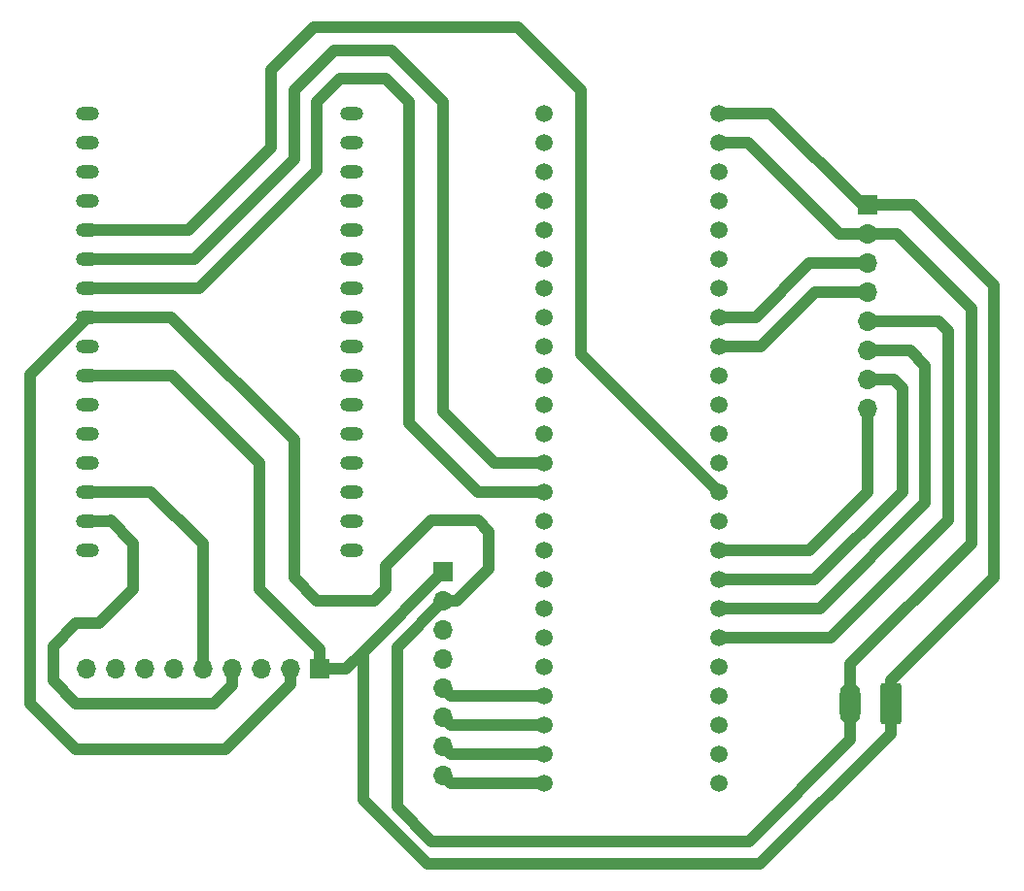
<source format=gbr>
%TF.GenerationSoftware,KiCad,Pcbnew,8.0.3*%
%TF.CreationDate,2024-07-18T11:22:03-07:00*%
%TF.ProjectId,pcb_test,7063625f-7465-4737-942e-6b696361645f,rev?*%
%TF.SameCoordinates,Original*%
%TF.FileFunction,Copper,L1,Top*%
%TF.FilePolarity,Positive*%
%FSLAX46Y46*%
G04 Gerber Fmt 4.6, Leading zero omitted, Abs format (unit mm)*
G04 Created by KiCad (PCBNEW 8.0.3) date 2024-07-18 11:22:03*
%MOMM*%
%LPD*%
G01*
G04 APERTURE LIST*
G04 Aperture macros list*
%AMRoundRect*
0 Rectangle with rounded corners*
0 $1 Rounding radius*
0 $2 $3 $4 $5 $6 $7 $8 $9 X,Y pos of 4 corners*
0 Add a 4 corners polygon primitive as box body*
4,1,4,$2,$3,$4,$5,$6,$7,$8,$9,$2,$3,0*
0 Add four circle primitives for the rounded corners*
1,1,$1+$1,$2,$3*
1,1,$1+$1,$4,$5*
1,1,$1+$1,$6,$7*
1,1,$1+$1,$8,$9*
0 Add four rect primitives between the rounded corners*
20,1,$1+$1,$2,$3,$4,$5,0*
20,1,$1+$1,$4,$5,$6,$7,0*
20,1,$1+$1,$6,$7,$8,$9,0*
20,1,$1+$1,$8,$9,$2,$3,0*%
G04 Aperture macros list end*
%TA.AperFunction,ComponentPad*%
%ADD10C,1.500000*%
%TD*%
%TA.AperFunction,ComponentPad*%
%ADD11O,1.700000X1.700000*%
%TD*%
%TA.AperFunction,ComponentPad*%
%ADD12R,1.700000X1.700000*%
%TD*%
%TA.AperFunction,ComponentPad*%
%ADD13O,1.800000X3.600000*%
%TD*%
%TA.AperFunction,ComponentPad*%
%ADD14RoundRect,0.250000X0.650000X1.550000X-0.650000X1.550000X-0.650000X-1.550000X0.650000X-1.550000X0*%
%TD*%
%TA.AperFunction,ComponentPad*%
%ADD15O,2.000000X1.200000*%
%TD*%
%TA.AperFunction,Conductor*%
%ADD16C,1.000000*%
%TD*%
G04 APERTURE END LIST*
D10*
%TO.P,J2,48,Pin_48*%
%TO.N,unconnected-(J2-Pin_48-Pad48)*%
X122380000Y-98940000D03*
%TO.P,J2,47,Pin_47*%
%TO.N,unconnected-(J2-Pin_47-Pad47)*%
X122380000Y-96400000D03*
%TO.P,J2,46,Pin_46*%
%TO.N,unconnected-(J2-Pin_46-Pad46)*%
X122380000Y-93860000D03*
%TO.P,J2,45,Pin_45*%
%TO.N,unconnected-(J2-Pin_45-Pad45)*%
X122380000Y-91320000D03*
%TO.P,J2,44,Pin_44*%
%TO.N,unconnected-(J2-Pin_44-Pad44)*%
X122380000Y-88780000D03*
%TO.P,J2,43,Pin_43*%
%TO.N,Net-(J2-Pin_43)*%
X122380000Y-86240000D03*
%TO.P,J2,42,Pin_42*%
%TO.N,Net-(J2-Pin_42)*%
X122380000Y-83700000D03*
%TO.P,J2,41,Pin_41*%
%TO.N,Net-(J2-Pin_41)*%
X122380000Y-81160000D03*
%TO.P,J2,40,Pin_40*%
%TO.N,Net-(J2-Pin_40)*%
X122380000Y-78620000D03*
%TO.P,J2,39,Pin_39*%
%TO.N,Net-(J2-Pin_39)*%
X122380000Y-76080000D03*
%TO.P,J2,38,Pin_38*%
%TO.N,Net-(J2-Pin_38)*%
X122380000Y-73540000D03*
%TO.P,J2,37,Pin_37*%
%TO.N,unconnected-(J2-Pin_37-Pad37)*%
X122380000Y-71000000D03*
%TO.P,J2,36,Pin_36*%
%TO.N,unconnected-(J2-Pin_36-Pad36)*%
X122380000Y-68460000D03*
%TO.P,J2,35,Pin_35*%
%TO.N,unconnected-(J2-Pin_35-Pad35)*%
X122380000Y-65920000D03*
%TO.P,J2,34,Pin_34*%
%TO.N,unconnected-(J2-Pin_34-Pad34)*%
X122380000Y-63380000D03*
%TO.P,J2,33,Pin_33*%
%TO.N,Net-(J2-Pin_33)*%
X122380000Y-60840000D03*
%TO.P,J2,32,Pin_32*%
%TO.N,Net-(J2-Pin_32)*%
X122380000Y-58300000D03*
%TO.P,J2,31,Pin_31*%
%TO.N,Net-(J2-Pin_31)*%
X122380000Y-55760000D03*
%TO.P,J2,30,Pin_30*%
%TO.N,unconnected-(J2-Pin_30-Pad30)*%
X122380000Y-53220000D03*
%TO.P,J2,29,Pin_29*%
%TO.N,unconnected-(J2-Pin_29-Pad29)*%
X122380000Y-50680000D03*
%TO.P,J2,28,Pin_28*%
%TO.N,unconnected-(J2-Pin_28-Pad28)*%
X122380000Y-48140000D03*
%TO.P,J2,27,Pin_27*%
%TO.N,Net-(J2-Pin_27)*%
X122380000Y-45600000D03*
%TO.P,J2,26,Pin_26*%
%TO.N,Net-(J1-Pin_2)*%
X122380000Y-43060000D03*
%TO.P,J2,25,Pin_25*%
%TO.N,Net-(J1-Pin_1)*%
X122380000Y-40520000D03*
%TO.P,J2,24,Pin_24*%
%TO.N,Net-(J2-Pin_24)*%
X107140000Y-98940000D03*
%TO.P,J2,23,Pin_23*%
%TO.N,Net-(J2-Pin_23)*%
X107140000Y-96400000D03*
%TO.P,J2,22,Pin_22*%
%TO.N,Net-(J2-Pin_22)*%
X107140000Y-93860000D03*
%TO.P,J2,21,Pin_21*%
%TO.N,Net-(J2-Pin_21)*%
X107140000Y-91320000D03*
%TO.P,J2,20,Pin_20*%
%TO.N,unconnected-(J2-Pin_20-Pad20)*%
X107140000Y-88780000D03*
%TO.P,J2,19,Pin_19*%
%TO.N,unconnected-(J2-Pin_19-Pad19)*%
X107140000Y-86240000D03*
%TO.P,J2,18,Pin_18*%
%TO.N,unconnected-(J2-Pin_18-Pad18)*%
X107140000Y-83700000D03*
%TO.P,J2,17,Pin_17*%
%TO.N,unconnected-(J2-Pin_17-Pad17)*%
X107140000Y-81160000D03*
%TO.P,J2,16,Pin_16*%
%TO.N,unconnected-(J2-Pin_16-Pad16)*%
X107140000Y-78620000D03*
%TO.P,J2,15,Pin_15*%
%TO.N,unconnected-(J2-Pin_15-Pad15)*%
X107140000Y-76080000D03*
%TO.P,J2,14,Pin_14*%
%TO.N,Net-(J2-Pin_14)*%
X107140000Y-73540000D03*
%TO.P,J2,13,Pin_13*%
%TO.N,Net-(J2-Pin_13)*%
X107140000Y-71000000D03*
%TO.P,J2,12,Pin_12*%
%TO.N,Net-(J2-Pin_12)*%
X107140000Y-68460000D03*
%TO.P,J2,11,Pin_11*%
%TO.N,Net-(J2-Pin_11)*%
X107140000Y-65920000D03*
%TO.P,J2,10,Pin_10*%
%TO.N,unconnected-(J2-Pin_10-Pad10)*%
X107140000Y-63380000D03*
%TO.P,J2,9,Pin_9*%
%TO.N,unconnected-(J2-Pin_9-Pad9)*%
X107140000Y-60840000D03*
%TO.P,J2,8,Pin_8*%
%TO.N,unconnected-(J2-Pin_8-Pad8)*%
X107140000Y-58300000D03*
%TO.P,J2,7,Pin_7*%
%TO.N,unconnected-(J2-Pin_7-Pad7)*%
X107140000Y-55760000D03*
%TO.P,J2,6,Pin_6*%
%TO.N,unconnected-(J2-Pin_6-Pad6)*%
X107140000Y-53220000D03*
%TO.P,J2,5,Pin_5*%
%TO.N,unconnected-(J2-Pin_5-Pad5)*%
X107140000Y-50680000D03*
%TO.P,J2,4,Pin_4*%
%TO.N,unconnected-(J2-Pin_4-Pad4)*%
X107140000Y-48140000D03*
%TO.P,J2,3,Pin_3*%
%TO.N,unconnected-(J2-Pin_3-Pad3)*%
X107140000Y-45600000D03*
%TO.P,J2,2,Pin_2*%
%TO.N,unconnected-(J2-Pin_2-Pad2)*%
X107140000Y-43060000D03*
%TO.P,J2,1,Pin_1*%
%TO.N,unconnected-(J2-Pin_1-Pad1)*%
X107140000Y-40520000D03*
%TD*%
D11*
%TO.P,J3,9,Pin_9*%
%TO.N,unconnected-(J3-Pin_9-Pad9)*%
X67300000Y-89000000D03*
%TO.P,J3,8,Pin_8*%
%TO.N,unconnected-(J3-Pin_8-Pad8)*%
X69840000Y-89000000D03*
%TO.P,J3,7,Pin_7*%
%TO.N,unconnected-(J3-Pin_7-Pad7)*%
X72380000Y-89000000D03*
%TO.P,J3,6,Pin_6*%
%TO.N,unconnected-(J3-Pin_6-Pad6)*%
X74920000Y-89000000D03*
%TO.P,J3,5,Pin_5*%
%TO.N,Net-(J3-Pin_5)*%
X77460000Y-89000000D03*
%TO.P,J3,4,Pin_4*%
%TO.N,Net-(J3-Pin_4)*%
X80000000Y-89000000D03*
%TO.P,J3,3,Pin_3*%
%TO.N,unconnected-(J3-Pin_3-Pad3)*%
X82540000Y-89000000D03*
%TO.P,J3,2,Pin_2*%
%TO.N,Net-(J1-Pin_2)*%
X85080000Y-89000000D03*
D12*
%TO.P,J3,1,Pin_1*%
%TO.N,Net-(J1-Pin_1)*%
X87620000Y-89000000D03*
%TD*%
D13*
%TO.P,J1,2,Pin_2*%
%TO.N,Net-(J1-Pin_2)*%
X133880000Y-92000000D03*
D14*
%TO.P,J1,1,Pin_1*%
%TO.N,Net-(J1-Pin_1)*%
X137380000Y-92000000D03*
%TD*%
D15*
%TO.P,J4,32,Pin_32*%
%TO.N,unconnected-(J4-Pin_32-Pad32)*%
X67380000Y-40520000D03*
%TO.P,J4,31,Pin_31*%
%TO.N,unconnected-(J4-Pin_31-Pad31)*%
X67380000Y-43060000D03*
%TO.P,J4,30,Pin_30*%
%TO.N,Net-(J2-Pin_12)*%
X67380000Y-45600000D03*
%TO.P,J4,29,Pin_29*%
%TO.N,Net-(J2-Pin_11)*%
X67380000Y-48140000D03*
%TO.P,J4,28,Pin_28*%
%TO.N,Net-(J2-Pin_38)*%
X67380000Y-50680000D03*
%TO.P,J4,27,Pin_27*%
%TO.N,Net-(J2-Pin_13)*%
X67380000Y-53220000D03*
%TO.P,J4,26,Pin_26*%
%TO.N,Net-(J2-Pin_14)*%
X67380000Y-55760000D03*
%TO.P,J4,25,Pin_25*%
%TO.N,Net-(J1-Pin_2)*%
X67380000Y-58300000D03*
%TO.P,J4,24,Pin_24*%
%TO.N,unconnected-(J4-Pin_24-Pad24)*%
X67380000Y-60840000D03*
%TO.P,J4,23,Pin_23*%
%TO.N,Net-(J1-Pin_1)*%
X67380000Y-63380000D03*
%TO.P,J4,22,Pin_22*%
%TO.N,unconnected-(J4-Pin_22-Pad22)*%
X67380000Y-65920000D03*
%TO.P,J4,21,Pin_21*%
%TO.N,unconnected-(J4-Pin_21-Pad21)*%
X67380000Y-68460000D03*
%TO.P,J4,20,Pin_20*%
%TO.N,unconnected-(J4-Pin_20-Pad20)*%
X67380000Y-71000000D03*
%TO.P,J4,19,Pin_19*%
%TO.N,Net-(J3-Pin_5)*%
X67380000Y-73540000D03*
%TO.P,J4,18,Pin_18*%
%TO.N,Net-(J3-Pin_4)*%
X67380000Y-76080000D03*
%TO.P,J4,17,Pin_17*%
%TO.N,unconnected-(J4-Pin_17-Pad17)*%
X67380000Y-78620000D03*
%TO.P,J4,16,Pin_16*%
%TO.N,unconnected-(J4-Pin_16-Pad16)*%
X90380000Y-40520000D03*
%TO.P,J4,15,Pin_15*%
%TO.N,Net-(J2-Pin_31)*%
X90380000Y-43060000D03*
%TO.P,J4,14,Pin_14*%
%TO.N,unconnected-(J4-Pin_14-Pad14)*%
X90380000Y-45600000D03*
%TO.P,J4,13,Pin_13*%
%TO.N,unconnected-(J4-Pin_13-Pad13)*%
X90380000Y-48140000D03*
%TO.P,J4,12,Pin_12*%
%TO.N,unconnected-(J4-Pin_12-Pad12)*%
X90380000Y-50680000D03*
%TO.P,J4,11,Pin_11*%
%TO.N,unconnected-(J4-Pin_11-Pad11)*%
X90380000Y-53220000D03*
%TO.P,J4,10,Pin_10*%
%TO.N,unconnected-(J4-Pin_10-Pad10)*%
X90380000Y-55760000D03*
%TO.P,J4,9,Pin_9*%
%TO.N,unconnected-(J4-Pin_9-Pad9)*%
X90380000Y-58300000D03*
%TO.P,J4,8,Pin_8*%
%TO.N,unconnected-(J4-Pin_8-Pad8)*%
X90380000Y-60840000D03*
%TO.P,J4,7,Pin_7*%
%TO.N,Net-(J2-Pin_27)*%
X90380000Y-63380000D03*
%TO.P,J4,6,Pin_6*%
%TO.N,Net-(J2-Pin_39)*%
X90380000Y-65920000D03*
%TO.P,J4,5,Pin_5*%
%TO.N,unconnected-(J4-Pin_5-Pad5)*%
X90380000Y-68460000D03*
%TO.P,J4,4,Pin_4*%
%TO.N,unconnected-(J4-Pin_4-Pad4)*%
X90380000Y-71000000D03*
%TO.P,J4,3,Pin_3*%
%TO.N,unconnected-(J4-Pin_3-Pad3)*%
X90380000Y-73540000D03*
%TO.P,J4,2,Pin_2*%
%TO.N,unconnected-(J4-Pin_2-Pad2)*%
X90380000Y-76080000D03*
%TO.P,J4,1,Pin_1*%
%TO.N,unconnected-(J4-Pin_1-Pad1)*%
X90380000Y-78620000D03*
%TD*%
D11*
%TO.P,J6,8,Pin_8*%
%TO.N,Net-(J2-Pin_24)*%
X98380000Y-98300000D03*
%TO.P,J6,7,Pin_7*%
%TO.N,Net-(J2-Pin_23)*%
X98380000Y-95760000D03*
%TO.P,J6,6,Pin_6*%
%TO.N,Net-(J2-Pin_22)*%
X98380000Y-93220000D03*
%TO.P,J6,5,Pin_5*%
%TO.N,Net-(J2-Pin_21)*%
X98380000Y-90680000D03*
%TO.P,J6,4,Pin_4*%
%TO.N,unconnected-(J6-Pin_4-Pad4)*%
X98380000Y-88140000D03*
%TO.P,J6,3,Pin_3*%
%TO.N,unconnected-(J6-Pin_3-Pad3)*%
X98380000Y-85600000D03*
%TO.P,J6,2,Pin_2*%
%TO.N,Net-(J1-Pin_2)*%
X98380000Y-83060000D03*
D12*
%TO.P,J6,1,Pin_1*%
%TO.N,Net-(J1-Pin_1)*%
X98380000Y-80520000D03*
%TD*%
D11*
%TO.P,J5,8,Pin_8*%
%TO.N,Net-(J2-Pin_40)*%
X135380000Y-66300000D03*
%TO.P,J5,7,Pin_7*%
%TO.N,Net-(J2-Pin_41)*%
X135380000Y-63760000D03*
%TO.P,J5,6,Pin_6*%
%TO.N,Net-(J2-Pin_42)*%
X135380000Y-61220000D03*
%TO.P,J5,5,Pin_5*%
%TO.N,Net-(J2-Pin_43)*%
X135380000Y-58680000D03*
%TO.P,J5,4,Pin_4*%
%TO.N,Net-(J2-Pin_33)*%
X135380000Y-56140000D03*
%TO.P,J5,3,Pin_3*%
%TO.N,Net-(J2-Pin_32)*%
X135380000Y-53600000D03*
%TO.P,J5,2,Pin_2*%
%TO.N,Net-(J1-Pin_2)*%
X135380000Y-51060000D03*
D12*
%TO.P,J5,1,Pin_1*%
%TO.N,Net-(J1-Pin_1)*%
X135380000Y-48520000D03*
%TD*%
D16*
%TO.N,Net-(J1-Pin_1)*%
X97000000Y-106000000D02*
X126000000Y-106000000D01*
X126000000Y-106000000D02*
X137380000Y-94620000D01*
X137380000Y-94620000D02*
X137380000Y-92000000D01*
X91380000Y-100380000D02*
X97000000Y-106000000D01*
X91380000Y-87520000D02*
X91380000Y-100380000D01*
%TO.N,Net-(J1-Pin_2)*%
X94380000Y-87060000D02*
X98380000Y-83060000D01*
X94380000Y-101000000D02*
X94380000Y-87060000D01*
X97380000Y-104000000D02*
X94380000Y-101000000D01*
X125000000Y-104000000D02*
X97380000Y-104000000D01*
X133880000Y-95120000D02*
X125000000Y-104000000D01*
X133880000Y-92000000D02*
X133880000Y-95120000D01*
%TO.N,Net-(J1-Pin_1)*%
X89900000Y-89000000D02*
X91380000Y-87520000D01*
X87620000Y-89000000D02*
X89900000Y-89000000D01*
%TO.N,Net-(J3-Pin_5)*%
X72920000Y-73540000D02*
X77460000Y-78080000D01*
X77460000Y-78080000D02*
X77460000Y-89000000D01*
X67380000Y-73540000D02*
X72920000Y-73540000D01*
%TO.N,Net-(J3-Pin_4)*%
X80000000Y-90380000D02*
X80000000Y-89000000D01*
X66380000Y-92000000D02*
X78380000Y-92000000D01*
X64380000Y-87000000D02*
X64380000Y-90000000D01*
X66380000Y-85000000D02*
X64380000Y-87000000D01*
X71380000Y-82000000D02*
X68380000Y-85000000D01*
X78380000Y-92000000D02*
X80000000Y-90380000D01*
X68380000Y-85000000D02*
X66380000Y-85000000D01*
X71380000Y-78000000D02*
X71380000Y-82000000D01*
X69380000Y-76000000D02*
X71380000Y-78000000D01*
X69300000Y-76080000D02*
X69380000Y-76000000D01*
X67380000Y-76080000D02*
X69300000Y-76080000D01*
X64380000Y-90000000D02*
X66380000Y-92000000D01*
%TO.N,Net-(J1-Pin_2)*%
X79380000Y-96000000D02*
X85080000Y-90300000D01*
X85080000Y-90300000D02*
X85080000Y-89000000D01*
X62380000Y-92000000D02*
X66380000Y-96000000D01*
X62380000Y-63300000D02*
X62380000Y-92000000D01*
X67380000Y-58300000D02*
X62380000Y-63300000D01*
X66380000Y-96000000D02*
X79380000Y-96000000D01*
%TO.N,Net-(J2-Pin_13)*%
X76680000Y-53220000D02*
X67380000Y-53220000D01*
X85380000Y-44520000D02*
X76680000Y-53220000D01*
X98380000Y-39520000D02*
X93860000Y-35000000D01*
X98380000Y-66520000D02*
X98380000Y-39520000D01*
X88900000Y-35000000D02*
X85380000Y-38520000D01*
X93860000Y-35000000D02*
X88900000Y-35000000D01*
X102860000Y-71000000D02*
X98380000Y-66520000D01*
X85380000Y-38520000D02*
X85380000Y-44520000D01*
X107140000Y-71000000D02*
X102860000Y-71000000D01*
%TO.N,Net-(J1-Pin_1)*%
X91380000Y-87520000D02*
X98380000Y-80520000D01*
%TO.N,Net-(J2-Pin_38)*%
X110380000Y-38520000D02*
X110380000Y-61540000D01*
X104860000Y-33000000D02*
X110380000Y-38520000D01*
X110380000Y-61540000D02*
X122380000Y-73540000D01*
X83380000Y-43520000D02*
X83380000Y-36750000D01*
X87130000Y-33000000D02*
X104860000Y-33000000D01*
X76220000Y-50680000D02*
X83380000Y-43520000D01*
X83380000Y-36750000D02*
X87130000Y-33000000D01*
X67380000Y-50680000D02*
X76220000Y-50680000D01*
%TO.N,Net-(J2-Pin_14)*%
X101400000Y-73540000D02*
X107140000Y-73540000D01*
X95380000Y-67520000D02*
X101400000Y-73540000D01*
X95380000Y-39520000D02*
X95380000Y-67520000D01*
X89380000Y-37520000D02*
X93380000Y-37520000D01*
X93380000Y-37520000D02*
X95380000Y-39520000D01*
X87380000Y-39520000D02*
X89380000Y-37520000D01*
X77140000Y-55760000D02*
X87380000Y-45520000D01*
X67380000Y-55760000D02*
X77140000Y-55760000D01*
X87380000Y-45520000D02*
X87380000Y-39520000D01*
%TO.N,Net-(J2-Pin_24)*%
X107140000Y-98940000D02*
X99020000Y-98940000D01*
X99020000Y-98940000D02*
X98380000Y-98300000D01*
%TO.N,Net-(J2-Pin_23)*%
X99020000Y-96400000D02*
X98380000Y-95760000D01*
X107140000Y-96400000D02*
X99020000Y-96400000D01*
%TO.N,Net-(J2-Pin_22)*%
X99020000Y-93860000D02*
X98380000Y-93220000D01*
X107140000Y-93860000D02*
X99020000Y-93860000D01*
%TO.N,Net-(J2-Pin_21)*%
X99020000Y-91320000D02*
X98380000Y-90680000D01*
X107140000Y-91320000D02*
X99020000Y-91320000D01*
%TO.N,Net-(J1-Pin_2)*%
X133880000Y-88500000D02*
X133880000Y-92000000D01*
%TO.N,Net-(J2-Pin_40)*%
X130280000Y-78620000D02*
X122380000Y-78620000D01*
%TO.N,Net-(J2-Pin_42)*%
X131200000Y-83700000D02*
X122380000Y-83700000D01*
%TO.N,Net-(J2-Pin_43)*%
X132140000Y-86240000D02*
X122380000Y-86240000D01*
%TO.N,Net-(J2-Pin_41)*%
X130740000Y-81160000D02*
X122380000Y-81160000D01*
%TO.N,Net-(J2-Pin_40)*%
X135380000Y-73520000D02*
X130280000Y-78620000D01*
%TO.N,Net-(J1-Pin_2)*%
X144380000Y-78000000D02*
X133880000Y-88500000D01*
%TO.N,Net-(J2-Pin_41)*%
X138380000Y-73520000D02*
X130740000Y-81160000D01*
%TO.N,Net-(J2-Pin_43)*%
X142380000Y-76000000D02*
X132140000Y-86240000D01*
%TO.N,Net-(J2-Pin_42)*%
X140380000Y-74520000D02*
X131200000Y-83700000D01*
%TO.N,Net-(J2-Pin_32)*%
X125600000Y-58300000D02*
X122380000Y-58300000D01*
%TO.N,Net-(J2-Pin_33)*%
X122380000Y-60840000D02*
X126060000Y-60840000D01*
X126060000Y-60840000D02*
X130760000Y-56140000D01*
%TO.N,Net-(J2-Pin_32)*%
X130300000Y-53600000D02*
X125600000Y-58300000D01*
%TO.N,Net-(J2-Pin_42)*%
X139080000Y-61220000D02*
X140380000Y-62520000D01*
%TO.N,Net-(J2-Pin_41)*%
X137620000Y-63760000D02*
X138380000Y-64520000D01*
%TO.N,Net-(J1-Pin_2)*%
X144380000Y-57520000D02*
X144380000Y-78000000D01*
%TO.N,Net-(J2-Pin_42)*%
X140380000Y-62520000D02*
X140380000Y-74520000D01*
%TO.N,Net-(J2-Pin_43)*%
X142380000Y-59520000D02*
X142380000Y-76000000D01*
%TO.N,Net-(J2-Pin_40)*%
X135380000Y-66300000D02*
X135380000Y-73520000D01*
%TO.N,Net-(J2-Pin_41)*%
X138380000Y-64520000D02*
X138380000Y-73520000D01*
X135380000Y-63760000D02*
X137620000Y-63760000D01*
%TO.N,Net-(J2-Pin_42)*%
X135380000Y-61220000D02*
X139080000Y-61220000D01*
%TO.N,Net-(J1-Pin_2)*%
X124920000Y-43060000D02*
X122380000Y-43060000D01*
%TO.N,Net-(J1-Pin_1)*%
X126900000Y-40520000D02*
X122380000Y-40520000D01*
X146380000Y-55520000D02*
X146380000Y-81000000D01*
X146380000Y-81000000D02*
X137380000Y-90000000D01*
X137380000Y-90000000D02*
X137380000Y-92000000D01*
X135380000Y-48520000D02*
X134900000Y-48520000D01*
X135380000Y-48520000D02*
X139380000Y-48520000D01*
%TO.N,Net-(J1-Pin_2)*%
X135380000Y-51060000D02*
X137920000Y-51060000D01*
X135380000Y-51060000D02*
X132920000Y-51060000D01*
%TO.N,Net-(J1-Pin_1)*%
X134900000Y-48520000D02*
X126900000Y-40520000D01*
%TO.N,Net-(J1-Pin_2)*%
X132920000Y-51060000D02*
X124920000Y-43060000D01*
%TO.N,Net-(J2-Pin_32)*%
X135380000Y-53600000D02*
X130300000Y-53600000D01*
%TO.N,Net-(J2-Pin_33)*%
X130760000Y-56140000D02*
X135380000Y-56140000D01*
%TO.N,Net-(J2-Pin_43)*%
X141540000Y-58680000D02*
X142380000Y-59520000D01*
%TO.N,Net-(J1-Pin_2)*%
X137920000Y-51060000D02*
X144380000Y-57520000D01*
%TO.N,Net-(J1-Pin_1)*%
X139380000Y-48520000D02*
X146380000Y-55520000D01*
%TO.N,Net-(J2-Pin_43)*%
X135380000Y-58680000D02*
X141540000Y-58680000D01*
%TO.N,Net-(J1-Pin_1)*%
X67380000Y-63380000D02*
X74760000Y-63380000D01*
X74760000Y-63380000D02*
X82380000Y-71000000D01*
X82380000Y-71000000D02*
X82380000Y-82000000D01*
X87620000Y-87240000D02*
X87620000Y-89000000D01*
X82380000Y-82000000D02*
X87620000Y-87240000D01*
%TO.N,Net-(J1-Pin_2)*%
X85380000Y-69000000D02*
X74680000Y-58300000D01*
X74680000Y-58300000D02*
X67380000Y-58300000D01*
X85380000Y-69000000D02*
X85380000Y-81000000D01*
X102380000Y-77000000D02*
X102380000Y-80262081D01*
X85380000Y-81000000D02*
X87380000Y-83000000D01*
X93380000Y-80000000D02*
X97380000Y-76000000D01*
X102380000Y-80262081D02*
X99582081Y-83060000D01*
X87380000Y-83000000D02*
X92380000Y-83000000D01*
X92380000Y-83000000D02*
X93380000Y-82000000D01*
X93380000Y-82000000D02*
X93380000Y-80000000D01*
X97380000Y-76000000D02*
X101380000Y-76000000D01*
X101380000Y-76000000D02*
X102380000Y-77000000D01*
X99582081Y-83060000D02*
X98380000Y-83060000D01*
%TD*%
M02*

</source>
